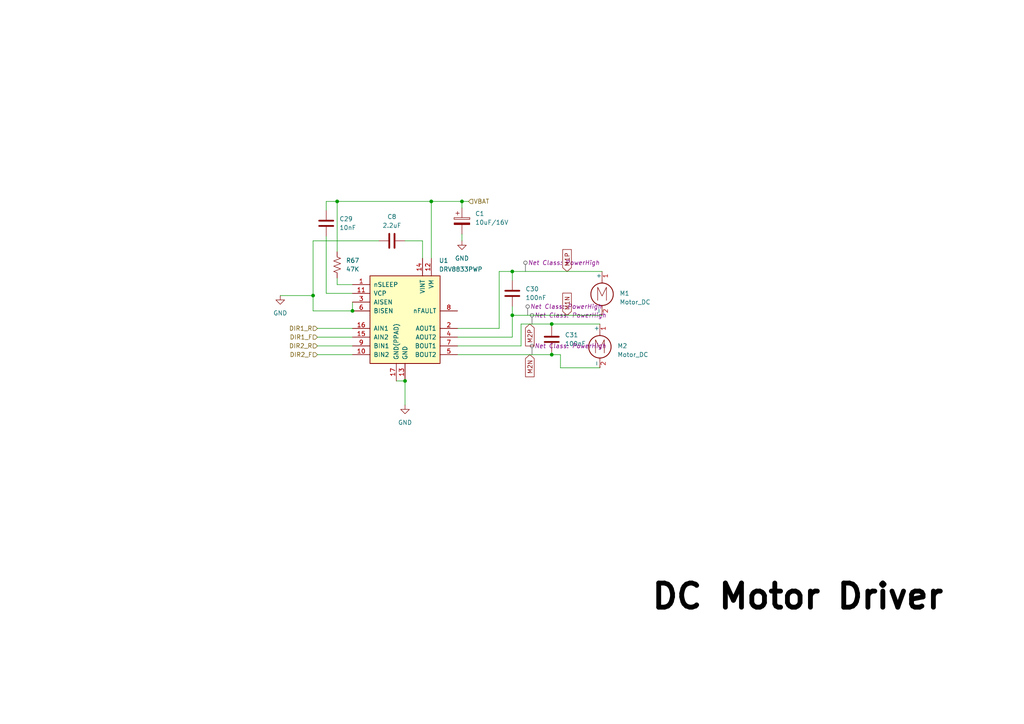
<source format=kicad_sch>
(kicad_sch (version 20230121) (generator eeschema)
  (paper "A4")
  (lib_symbols
    (symbol "Device:C" (pin_numbers hide) (pin_names (offset 0.254))
      (property "Reference" "C" (at 0.635 2.54 0))
      (property "Value" "C" (at 0.635 -2.54 0))
      (symbol "C_0_1"
        (polyline (pts (xy -2.032 -0.762) (xy 2.032 -0.762)) (stroke (width 0.508)))
        (polyline (pts (xy -2.032 0.762) (xy 2.032 0.762)) (stroke (width 0.508)))
      )
      (symbol "C_1_1"
        (pin passive line (at 0 3.81 270) (length 2.794) (name "~") (number "1"))
        (pin passive line (at 0 -3.81 90) (length 2.794) (name "~") (number "2"))
      )
    )
    (symbol "Device:C_Polarized" (pin_numbers hide) (pin_names (offset 0.254))
      (property "Reference" "C" (at 0.635 2.54 0))
      (property "Value" "C_Polarized" (at 0.635 -2.54 0))
      (symbol "C_Polarized_0_1"
        (rectangle (start -2.286 0.508) (end 2.286 1.016))
        (polyline (pts (xy -1.778 2.286) (xy -0.762 2.286)))
        (polyline (pts (xy -1.27 2.794) (xy -1.27 1.778)))
        (rectangle (start 2.286 -0.508) (end -2.286 -1.016) (fill (type outline)))
      )
      (symbol "C_Polarized_1_1"
        (pin passive line (at 0 3.81 270) (length 2.794) (name "~") (number "1"))
        (pin passive line (at 0 -3.81 90) (length 2.794) (name "~") (number "2"))
      )
    )
    (symbol "Device:R_US" (pin_numbers hide) (pin_names (offset 0))
      (property "Reference" "R" (at 2.54 0 90))
      (property "Value" "R_US" (at -2.54 0 90))
      (symbol "R_US_0_1"
        (polyline (pts (xy 0 -2.286) (xy 0 -2.54)))
        (polyline (pts (xy 0 2.286) (xy 0 2.54)))
        (polyline (pts (xy 0 -0.762) (xy 1.016 -1.143) (xy 0 -1.524) (xy -1.016 -1.905) (xy 0 -2.286)))
        (polyline (pts (xy 0 0.762) (xy 1.016 0.381) (xy 0 0) (xy -1.016 -0.381) (xy 0 -0.762)))
        (polyline (pts (xy 0 2.286) (xy 1.016 1.905) (xy 0 1.524) (xy -1.016 1.143) (xy 0 0.762)))
      )
      (symbol "R_US_1_1"
        (pin passive line (at 0 3.81 270) (length 1.27) (name "~") (number "1"))
        (pin passive line (at 0 -3.81 90) (length 1.27) (name "~") (number "2"))
      )
    )
    (symbol "Driver_Motor:DRV8833PWP" (pin_names (offset 1.016))
      (property "Reference" "U" (at -3.81 16.51 0))
      (property "Value" "DRV8833PWP" (at -3.81 13.97 0))
      (symbol "DRV8833PWP_0_1"
        (rectangle (start -10.16 12.7) (end 10.16 -12.7) (stroke (width 0.254)) (fill (type background)))
      )
      (symbol "DRV8833PWP_1_1"
        (pin input line (at -15.24 10.16 0) (length 5.08) (name "nSLEEP") (number "1"))
        (pin input line (at -15.24 -10.16 0) (length 5.08) (name "BIN2") (number "10"))
        (pin bidirectional line (at -15.24 7.62 0) (length 5.08) (name "VCP") (number "11"))
        (pin power_in line (at 7.62 17.78 270) (length 5.08) (name "VM") (number "12"))
        (pin power_in line (at 0 -17.78 90) (length 5.08) (name "GND") (number "13"))
        (pin power_in line (at 5.08 17.78 270) (length 5.08) (name "VINT") (number "14"))
        (pin input line (at -15.24 -5.08 0) (length 5.08) (name "AIN2") (number "15"))
        (pin input line (at -15.24 -2.54 0) (length 5.08) (name "AIN1") (number "16"))
        (pin power_in line (at -2.54 -17.78 90) (length 5.08) (name "GND(PPAD)") (number "17"))
        (pin power_out line (at 15.24 -2.54 180) (length 5.08) (name "AOUT1") (number "2"))
        (pin bidirectional line (at -15.24 5.08 0) (length 5.08) (name "AISEN") (number "3"))
        (pin power_out line (at 15.24 -5.08 180) (length 5.08) (name "AOUT2") (number "4"))
        (pin power_out line (at 15.24 -10.16 180) (length 5.08) (name "BOUT2") (number "5"))
        (pin bidirectional line (at -15.24 2.54 0) (length 5.08) (name "BISEN") (number "6"))
        (pin power_out line (at 15.24 -7.62 180) (length 5.08) (name "BOUT1") (number "7"))
        (pin open_collector line (at 15.24 2.54 180) (length 5.08) (name "nFAULT") (number "8"))
        (pin input line (at -15.24 -7.62 0) (length 5.08) (name "BIN1") (number "9"))
      )
    )
    (symbol "Motor:Motor_DC" (pin_names (offset 0))
      (property "Reference" "M" (at 2.54 2.54 0))
      (property "Value" "Motor_DC" (at 2.54 -5.08 0))
      (symbol "Motor_DC_0_0"
        (polyline (pts (xy -1.27 -3.302) (xy -1.27 0.508) (xy 0 -2.032) (xy 1.27 0.508) (xy 1.27 -3.302)))
      )
      (symbol "Motor_DC_0_1"
        (circle (center 0 -1.524) (radius 3.2512) (stroke (width 0.254)))
        (polyline (pts (xy 0 -7.62) (xy 0 -7.112)))
        (polyline (pts (xy 0 -4.7752) (xy 0 -5.1816)))
        (polyline (pts (xy 0 1.7272) (xy 0 2.0828)))
        (polyline (pts (xy 0 2.032) (xy 0 2.54)))
      )
      (symbol "Motor_DC_1_1"
        (pin passive line (at 0 5.08 270) (length 2.54) (name "+") (number "1"))
        (pin passive line (at 0 -7.62 90) (length 2.54) (name "-") (number "2"))
      )
    )
    (symbol "power:GND" (power) (pin_names (offset 0))
      (property "Value" "GND" (at 0 -3.81 0))
      (symbol "GND_0_1"
        (polyline (pts (xy 0 0) (xy 0 -1.27) (xy 1.27 -1.27) (xy 0 -2.54) (xy -1.27 -1.27) (xy 0 -1.27)))
      )
      (symbol "GND_1_1"
        (pin power_in line (at 0 0 270) (length 0) hide (name "GND") (number "1"))
      )
    )
  )
  (junction (at 125.095 58.42))
  (junction (at 148.59 91.44))
  (junction (at 160.02 102.87))
  (junction (at 133.985 58.42))
  (junction (at 160.02 93.98))
  (junction (at 97.79 58.42))
  (junction (at 90.805 85.725))
  (junction (at 102.235 90.17))
  (junction (at 148.59 78.74))
  (junction (at 117.475 110.49))
  (wire (pts (xy 94.615 60.96) (xy 94.615 58.42)))
  (wire (pts (xy 160.02 102.87) (xy 162.56 102.87)))
  (wire (pts (xy 90.805 85.725) (xy 90.805 90.17)))
  (wire (pts (xy 94.615 68.58) (xy 94.615 85.09)))
  (wire (pts (xy 144.78 78.74) (xy 148.59 78.74)))
  (wire (pts (xy 148.59 97.79) (xy 148.59 91.44)))
  (wire (pts (xy 148.59 78.74) (xy 148.59 81.28)))
  (wire (pts (xy 148.59 88.9) (xy 148.59 91.44)))
  (wire (pts (xy 160.02 93.98) (xy 160.02 94.615)))
  (wire (pts (xy 132.715 100.33) (xy 151.13 100.33)))
  (wire (pts (xy 102.235 87.63) (xy 102.235 90.17)))
  (wire (pts (xy 97.79 80.645) (xy 97.79 82.55)))
  (wire (pts (xy 117.475 110.49) (xy 117.475 117.475)))
  (wire (pts (xy 148.59 78.74) (xy 174.625 78.74)))
  (wire (pts (xy 122.555 69.85) (xy 122.555 74.93)))
  (wire (pts (xy 97.79 82.55) (xy 102.235 82.55)))
  (wire (pts (xy 125.095 58.42) (xy 133.985 58.42)))
  (wire (pts (xy 144.78 95.25) (xy 144.78 78.74)))
  (wire (pts (xy 133.985 67.945) (xy 133.985 69.85)))
  (wire (pts (xy 94.615 85.09) (xy 102.235 85.09)))
  (wire (pts (xy 151.13 93.98) (xy 160.02 93.98)))
  (wire (pts (xy 148.59 91.44) (xy 174.625 91.44)))
  (wire (pts (xy 92.075 95.25) (xy 102.235 95.25)))
  (wire (pts (xy 97.79 58.42) (xy 125.095 58.42)))
  (wire (pts (xy 92.075 100.33) (xy 102.235 100.33)))
  (wire (pts (xy 81.28 85.725) (xy 90.805 85.725)))
  (wire (pts (xy 125.095 74.93) (xy 125.095 58.42)))
  (wire (pts (xy 133.985 58.42) (xy 135.89 58.42)))
  (wire (pts (xy 94.615 58.42) (xy 97.79 58.42)))
  (wire (pts (xy 90.805 69.85) (xy 90.805 85.725)))
  (wire (pts (xy 92.075 97.79) (xy 102.235 97.79)))
  (wire (pts (xy 92.075 102.87) (xy 102.235 102.87)))
  (wire (pts (xy 132.715 95.25) (xy 144.78 95.25)))
  (wire (pts (xy 114.935 110.49) (xy 117.475 110.49)))
  (wire (pts (xy 151.13 100.33) (xy 151.13 93.98)))
  (wire (pts (xy 133.985 58.42) (xy 133.985 60.325)))
  (wire (pts (xy 132.715 97.79) (xy 148.59 97.79)))
  (wire (pts (xy 162.56 102.87) (xy 162.56 106.68)))
  (wire (pts (xy 109.855 69.85) (xy 90.805 69.85)))
  (wire (pts (xy 162.56 106.68) (xy 173.99 106.68)))
  (wire (pts (xy 97.79 73.025) (xy 97.79 58.42)))
  (wire (pts (xy 160.02 102.235) (xy 160.02 102.87)))
  (wire (pts (xy 117.475 69.85) (xy 122.555 69.85)))
  (wire (pts (xy 160.02 93.98) (xy 173.99 93.98)))
  (wire (pts (xy 90.805 90.17) (xy 102.235 90.17)))
  (wire (pts (xy 132.715 102.87) (xy 160.02 102.87)))
  (text "DC Motor Driver" (at 188.468 177.292 0) (effects (font (size 7 7) (thickness 1.4) bold) (justify left bottom)))
  (global_label "M1N" (shape input) (at 164.465 91.44 90) (property "Intersheetrefs" "${INTERSHEET_REFS}" (effects hide)))
  (global_label "M1P" (shape input) (at 164.465 78.74 90) (property "Intersheetrefs" "${INTERSHEET_REFS}" (effects hide)))
  (global_label "M2N" (shape input) (at 153.67 102.87 270) (property "Intersheetrefs" "${INTERSHEET_REFS}" (effects hide)))
  (global_label "M2P" (shape input) (at 153.67 93.98 270) (property "Intersheetrefs" "${INTERSHEET_REFS}" (effects hide)))
  (hierarchical_label "VBAT" (shape input) (at 135.89 58.42 0))
  (hierarchical_label "DIR2_F" (shape input) (at 92.075 102.87 180))
  (hierarchical_label "DIR2_R" (shape input) (at 92.075 100.33 180))
  (hierarchical_label "DIR1_F" (shape input) (at 92.075 97.79 180))
  (hierarchical_label "DIR1_R" (shape input) (at 92.075 95.25 180))
  (netclass_flag "" (length 2.54) (shape round) (at 154.305 93.98 0) (property "Netclass" "PowerHigh" (at 155.0035 91.44 0) (show_name) (effects (font italic) (justify left))))
  (netclass_flag "" (length 2.54) (shape round) (at 152.4 78.74 0) (property "Netclass" "PowerHigh" (at 153.0985 76.2 0) (show_name) (effects (font italic) (justify left))))
  (netclass_flag "" (length 2.54) (shape round) (at 154.305 102.87 0) (property "Netclass" "PowerHigh" (at 155.0035 100.33 0) (show_name) (effects (font italic) (justify left))))
  (netclass_flag "" (length 2.54) (shape round) (at 153.035 91.44 0) (property "Netclass" "PowerHigh" (at 153.7335 88.9 0) (show_name) (effects (font italic) (justify left))))
  (symbol (lib_id "power:GND") (at 133.985 69.85 0) (unit 1)
    (property "Reference" "#PWR055" (effects hide))
    (property "Value" "GND" (at 133.985 74.93 0))
  )
  (symbol (lib_id "power:GND") (at 117.475 117.475 0) (unit 1)
    (property "Reference" "#PWR01" (effects hide))
    (property "Value" "GND" (at 117.475 122.555 0))
  )
  (symbol (lib_id "Device:C") (at 94.615 64.77 0) (unit 1)
    (property "Reference" "C29" (at 98.425 63.5 0) (effects (justify left)))
    (property "Value" "10nF" (at 98.425 66.04 0) (effects (justify left)))
    (property "Footprint" "Capacitor_SMD:C_0603_1608Metric" (effects hide))
  )
  (symbol (lib_id "Device:C") (at 113.665 69.85 270) (unit 1)
    (property "Reference" "C8" (at 113.665 62.865 90))
    (property "Value" "2.2uF" (at 113.665 65.405 90))
    (property "Footprint" "Capacitor_SMD:C_0603_1608Metric" (effects hide))
  )
  (symbol (lib_id "power:GND") (at 81.28 85.725 0) (unit 1)
    (property "Reference" "#PWR054" (effects hide))
    (property "Value" "GND" (at 81.28 90.805 0))
  )
  (symbol (lib_id "Motor:Motor_DC") (at 173.99 99.06 0) (unit 1)
    (property "Reference" "M2" (at 179.07 100.33 0) (effects (justify left)))
    (property "Value" "Motor_DC" (at 179.07 102.87 0) (effects (justify left)))
    (property "Footprint" "TerminalBlock_TE-Connectivity:TerminalBlock_TE_282834-2_1x02_P2.54mm_Horizontal" (effects hide))
  )
  (symbol (lib_id "Motor:Motor_DC") (at 174.625 83.82 0) (unit 1)
    (property "Reference" "M1" (at 179.705 85.09 0) (effects (justify left)))
    (property "Value" "Motor_DC" (at 179.705 87.63 0) (effects (justify left)))
    (property "Footprint" "TerminalBlock_TE-Connectivity:TerminalBlock_TE_282834-2_1x02_P2.54mm_Horizontal" (effects hide))
  )
  (symbol (lib_id "Device:C") (at 160.02 98.425 0) (unit 1)
    (property "Reference" "C31" (at 163.83 97.155 0) (effects (justify left)))
    (property "Value" "100nF" (at 163.83 99.695 0) (effects (justify left)))
    (property "Footprint" "Capacitor_SMD:C_0603_1608Metric" (effects hide))
  )
  (symbol (lib_id "Device:C_Polarized") (at 133.985 64.135 0) (unit 1)
    (property "Reference" "C1" (at 137.795 61.976 0) (effects (justify left)))
    (property "Value" "10uF/16V" (at 137.795 64.516 0) (effects (justify left)))
    (property "Footprint" "Capacitor_SMD:C_Elec_4x5.4" (effects hide))
    (property "Part" "RVT1C100M0405" (effects hide))
  )
  (symbol (lib_id "Driver_Motor:DRV8833PWP") (at 117.475 92.71 0) (unit 1)
    (property "Reference" "U1" (at 127.2891 75.565 0) (effects (justify left)))
    (property "Value" "DRV8833PWP" (at 127.2891 78.105 0) (effects (justify left)))
    (property "Footprint" "Package_SO:HTSSOP-16-1EP_4.4x5mm_P0.65mm_EP3.4x5mm_Mask2.46x2.31mm_ThermalVias" (effects hide))
    (property "Datasheet" "http://www.ti.com/lit/ds/symlink/drv8833.pdf" (effects hide))
  )
  (symbol (lib_id "Device:R_US") (at 97.79 76.835 180) (unit 1)
    (property "Reference" "R67" (at 100.33 75.565 0) (effects (justify right)))
    (property "Value" "47K" (at 100.33 78.105 0) (effects (justify right)))
    (property "Footprint" "Resistor_SMD:R_0603_1608Metric" (effects hide))
  )
  (symbol (lib_id "Device:C") (at 148.59 85.09 0) (unit 1)
    (property "Reference" "C30" (at 152.4 83.82 0) (effects (justify left)))
    (property "Value" "100nF" (at 152.4 86.36 0) (effects (justify left)))
    (property "Footprint" "Capacitor_SMD:C_0603_1608Metric" (effects hide))
  )
)
</source>
